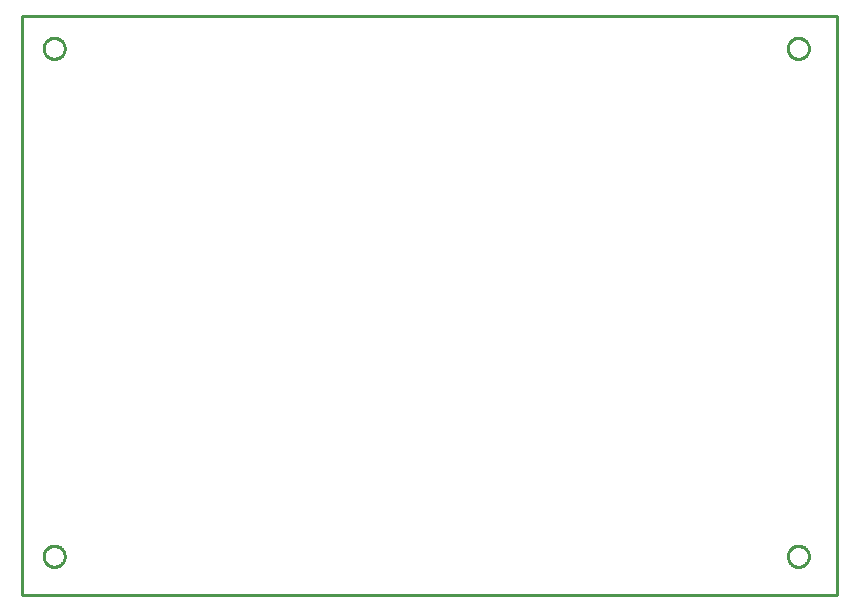
<source format=gbr>
G04 EAGLE Gerber RS-274X export*
G75*
%MOMM*%
%FSLAX34Y34*%
%LPD*%
%IN*%
%IPPOS*%
%AMOC8*
5,1,8,0,0,1.08239X$1,22.5*%
G01*
%ADD10C,0.254000*%


D10*
X0Y0D02*
X690000Y0D01*
X690000Y490000D01*
X0Y490000D01*
X0Y0D01*
X36190Y462312D02*
X36122Y461539D01*
X35988Y460774D01*
X35787Y460024D01*
X35521Y459295D01*
X35193Y458591D01*
X34805Y457919D01*
X34360Y457283D01*
X33861Y456688D01*
X33312Y456139D01*
X32717Y455640D01*
X32081Y455195D01*
X31409Y454807D01*
X30705Y454479D01*
X29976Y454213D01*
X29226Y454012D01*
X28461Y453878D01*
X27688Y453810D01*
X26912Y453810D01*
X26139Y453878D01*
X25374Y454012D01*
X24624Y454213D01*
X23895Y454479D01*
X23191Y454807D01*
X22519Y455195D01*
X21883Y455640D01*
X21288Y456139D01*
X20739Y456688D01*
X20240Y457283D01*
X19795Y457919D01*
X19407Y458591D01*
X19079Y459295D01*
X18813Y460024D01*
X18612Y460774D01*
X18478Y461539D01*
X18410Y462312D01*
X18410Y463088D01*
X18478Y463861D01*
X18612Y464626D01*
X18813Y465376D01*
X19079Y466105D01*
X19407Y466809D01*
X19795Y467481D01*
X20240Y468117D01*
X20739Y468712D01*
X21288Y469261D01*
X21883Y469760D01*
X22519Y470205D01*
X23191Y470593D01*
X23895Y470921D01*
X24624Y471187D01*
X25374Y471388D01*
X26139Y471522D01*
X26912Y471590D01*
X27688Y471590D01*
X28461Y471522D01*
X29226Y471388D01*
X29976Y471187D01*
X30705Y470921D01*
X31409Y470593D01*
X32081Y470205D01*
X32717Y469760D01*
X33312Y469261D01*
X33861Y468712D01*
X34360Y468117D01*
X34805Y467481D01*
X35193Y466809D01*
X35521Y466105D01*
X35787Y465376D01*
X35988Y464626D01*
X36122Y463861D01*
X36190Y463088D01*
X36190Y462312D01*
X666190Y462312D02*
X666122Y461539D01*
X665988Y460774D01*
X665787Y460024D01*
X665521Y459295D01*
X665193Y458591D01*
X664805Y457919D01*
X664360Y457283D01*
X663861Y456688D01*
X663312Y456139D01*
X662717Y455640D01*
X662081Y455195D01*
X661409Y454807D01*
X660705Y454479D01*
X659976Y454213D01*
X659226Y454012D01*
X658461Y453878D01*
X657688Y453810D01*
X656912Y453810D01*
X656139Y453878D01*
X655374Y454012D01*
X654624Y454213D01*
X653895Y454479D01*
X653191Y454807D01*
X652519Y455195D01*
X651883Y455640D01*
X651288Y456139D01*
X650739Y456688D01*
X650240Y457283D01*
X649795Y457919D01*
X649407Y458591D01*
X649079Y459295D01*
X648813Y460024D01*
X648612Y460774D01*
X648478Y461539D01*
X648410Y462312D01*
X648410Y463088D01*
X648478Y463861D01*
X648612Y464626D01*
X648813Y465376D01*
X649079Y466105D01*
X649407Y466809D01*
X649795Y467481D01*
X650240Y468117D01*
X650739Y468712D01*
X651288Y469261D01*
X651883Y469760D01*
X652519Y470205D01*
X653191Y470593D01*
X653895Y470921D01*
X654624Y471187D01*
X655374Y471388D01*
X656139Y471522D01*
X656912Y471590D01*
X657688Y471590D01*
X658461Y471522D01*
X659226Y471388D01*
X659976Y471187D01*
X660705Y470921D01*
X661409Y470593D01*
X662081Y470205D01*
X662717Y469760D01*
X663312Y469261D01*
X663861Y468712D01*
X664360Y468117D01*
X664805Y467481D01*
X665193Y466809D01*
X665521Y466105D01*
X665787Y465376D01*
X665988Y464626D01*
X666122Y463861D01*
X666190Y463088D01*
X666190Y462312D01*
X666190Y32312D02*
X666122Y31539D01*
X665988Y30774D01*
X665787Y30024D01*
X665521Y29295D01*
X665193Y28591D01*
X664805Y27919D01*
X664360Y27283D01*
X663861Y26688D01*
X663312Y26139D01*
X662717Y25640D01*
X662081Y25195D01*
X661409Y24807D01*
X660705Y24479D01*
X659976Y24213D01*
X659226Y24012D01*
X658461Y23878D01*
X657688Y23810D01*
X656912Y23810D01*
X656139Y23878D01*
X655374Y24012D01*
X654624Y24213D01*
X653895Y24479D01*
X653191Y24807D01*
X652519Y25195D01*
X651883Y25640D01*
X651288Y26139D01*
X650739Y26688D01*
X650240Y27283D01*
X649795Y27919D01*
X649407Y28591D01*
X649079Y29295D01*
X648813Y30024D01*
X648612Y30774D01*
X648478Y31539D01*
X648410Y32312D01*
X648410Y33088D01*
X648478Y33861D01*
X648612Y34626D01*
X648813Y35376D01*
X649079Y36105D01*
X649407Y36809D01*
X649795Y37481D01*
X650240Y38117D01*
X650739Y38712D01*
X651288Y39261D01*
X651883Y39760D01*
X652519Y40205D01*
X653191Y40593D01*
X653895Y40921D01*
X654624Y41187D01*
X655374Y41388D01*
X656139Y41522D01*
X656912Y41590D01*
X657688Y41590D01*
X658461Y41522D01*
X659226Y41388D01*
X659976Y41187D01*
X660705Y40921D01*
X661409Y40593D01*
X662081Y40205D01*
X662717Y39760D01*
X663312Y39261D01*
X663861Y38712D01*
X664360Y38117D01*
X664805Y37481D01*
X665193Y36809D01*
X665521Y36105D01*
X665787Y35376D01*
X665988Y34626D01*
X666122Y33861D01*
X666190Y33088D01*
X666190Y32312D01*
X36190Y32312D02*
X36122Y31539D01*
X35988Y30774D01*
X35787Y30024D01*
X35521Y29295D01*
X35193Y28591D01*
X34805Y27919D01*
X34360Y27283D01*
X33861Y26688D01*
X33312Y26139D01*
X32717Y25640D01*
X32081Y25195D01*
X31409Y24807D01*
X30705Y24479D01*
X29976Y24213D01*
X29226Y24012D01*
X28461Y23878D01*
X27688Y23810D01*
X26912Y23810D01*
X26139Y23878D01*
X25374Y24012D01*
X24624Y24213D01*
X23895Y24479D01*
X23191Y24807D01*
X22519Y25195D01*
X21883Y25640D01*
X21288Y26139D01*
X20739Y26688D01*
X20240Y27283D01*
X19795Y27919D01*
X19407Y28591D01*
X19079Y29295D01*
X18813Y30024D01*
X18612Y30774D01*
X18478Y31539D01*
X18410Y32312D01*
X18410Y33088D01*
X18478Y33861D01*
X18612Y34626D01*
X18813Y35376D01*
X19079Y36105D01*
X19407Y36809D01*
X19795Y37481D01*
X20240Y38117D01*
X20739Y38712D01*
X21288Y39261D01*
X21883Y39760D01*
X22519Y40205D01*
X23191Y40593D01*
X23895Y40921D01*
X24624Y41187D01*
X25374Y41388D01*
X26139Y41522D01*
X26912Y41590D01*
X27688Y41590D01*
X28461Y41522D01*
X29226Y41388D01*
X29976Y41187D01*
X30705Y40921D01*
X31409Y40593D01*
X32081Y40205D01*
X32717Y39760D01*
X33312Y39261D01*
X33861Y38712D01*
X34360Y38117D01*
X34805Y37481D01*
X35193Y36809D01*
X35521Y36105D01*
X35787Y35376D01*
X35988Y34626D01*
X36122Y33861D01*
X36190Y33088D01*
X36190Y32312D01*
M02*

</source>
